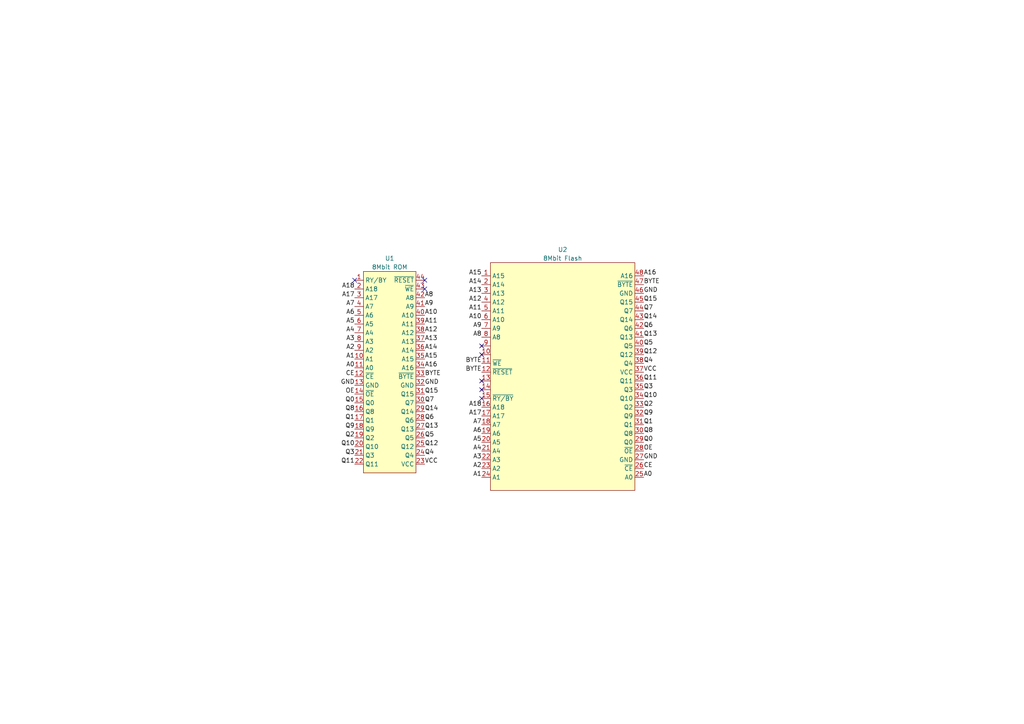
<source format=kicad_sch>
(kicad_sch (version 20230121) (generator eeschema)
  (paper "A4")
  (lib_symbols
    (symbol "QChord_Soundbank:GM23C8100"
      (property "Reference" "U" (at 7.62 2.54 0))
      (property "Value" "8Mbit ROM" (at 7.62 0 0))
      (symbol "GM23C8100_1_1"
        (rectangle (start 0 -1.27) (end 15.24 -59.69) (fill (type background)))
        (pin input line (at -2.54 -3.81 0) (length 2.54) (name "RY/BY") (number "1"))
        (pin input line (at -2.54 -26.67 0) (length 2.54) (name "A1") (number "10"))
        (pin input line (at -2.54 -29.21 0) (length 2.54) (name "A0") (number "11"))
        (pin input line (at -2.54 -31.75 0) (length 2.54) (name "~{CE}") (number "12"))
        (pin input line (at -2.54 -34.29 0) (length 2.54) (name "GND") (number "13"))
        (pin input line (at -2.54 -36.83 0) (length 2.54) (name "~{OE}") (number "14"))
        (pin input line (at -2.54 -39.37 0) (length 2.54) (name "Q0") (number "15"))
        (pin input line (at -2.54 -41.91 0) (length 2.54) (name "Q8") (number "16"))
        (pin input line (at -2.54 -44.45 0) (length 2.54) (name "Q1") (number "17"))
        (pin input line (at -2.54 -46.99 0) (length 2.54) (name "Q9") (number "18"))
        (pin input line (at -2.54 -49.53 0) (length 2.54) (name "Q2") (number "19"))
        (pin input line (at -2.54 -6.35 0) (length 2.54) (name "A18") (number "2"))
        (pin input line (at -2.54 -52.07 0) (length 2.54) (name "Q10") (number "20"))
        (pin input line (at -2.54 -54.61 0) (length 2.54) (name "Q3") (number "21"))
        (pin input line (at -2.54 -57.15 0) (length 2.54) (name "Q11") (number "22"))
        (pin input line (at 17.78 -57.15 180) (length 2.54) (name "VCC") (number "23"))
        (pin input line (at 17.78 -54.61 180) (length 2.54) (name "Q4") (number "24"))
        (pin input line (at 17.78 -52.07 180) (length 2.54) (name "Q12") (number "25"))
        (pin input line (at 17.78 -49.53 180) (length 2.54) (name "Q5") (number "26"))
        (pin input line (at 17.78 -46.99 180) (length 2.54) (name "Q13") (number "27"))
        (pin input line (at 17.78 -44.45 180) (length 2.54) (name "Q6") (number "28"))
        (pin input line (at 17.78 -41.91 180) (length 2.54) (name "Q14") (number "29"))
        (pin input line (at -2.54 -8.89 0) (length 2.54) (name "A17") (number "3"))
        (pin input line (at 17.78 -39.37 180) (length 2.54) (name "Q7") (number "30"))
        (pin input line (at 17.78 -36.83 180) (length 2.54) (name "Q15") (number "31"))
        (pin input line (at 17.78 -34.29 180) (length 2.54) (name "GND") (number "32"))
        (pin input line (at 17.78 -31.75 180) (length 2.54) (name "~{BYTE}") (number "33"))
        (pin input line (at 17.78 -29.21 180) (length 2.54) (name "A16") (number "34"))
        (pin input line (at 17.78 -26.67 180) (length 2.54) (name "A15") (number "35"))
        (pin input line (at 17.78 -24.13 180) (length 2.54) (name "A14") (number "36"))
        (pin input line (at 17.78 -21.59 180) (length 2.54) (name "A13") (number "37"))
        (pin input line (at 17.78 -19.05 180) (length 2.54) (name "A12") (number "38"))
        (pin input line (at 17.78 -16.51 180) (length 2.54) (name "A11") (number "39"))
        (pin input line (at -2.54 -11.43 0) (length 2.54) (name "A7") (number "4"))
        (pin input line (at 17.78 -13.97 180) (length 2.54) (name "A10") (number "40"))
        (pin input line (at 17.78 -11.43 180) (length 2.54) (name "A9") (number "41"))
        (pin input line (at 17.78 -8.89 180) (length 2.54) (name "A8") (number "42"))
        (pin input line (at 17.78 -6.35 180) (length 2.54) (name "~{WE}") (number "43"))
        (pin input line (at 17.78 -3.81 180) (length 2.54) (name "~{RESET}") (number "44"))
        (pin input line (at -2.54 -13.97 0) (length 2.54) (name "A6") (number "5"))
        (pin input line (at -2.54 -16.51 0) (length 2.54) (name "A5") (number "6"))
        (pin input line (at -2.54 -19.05 0) (length 2.54) (name "A4") (number "7"))
        (pin input line (at -2.54 -21.59 0) (length 2.54) (name "A3") (number "8"))
        (pin input line (at -2.54 -24.13 0) (length 2.54) (name "A2") (number "9"))
      )
    )
    (symbol "QChord_Soundbank:MX29F800CTTI"
      (property "Reference" "U" (at 22.86 0 0))
      (property "Value" "8Mbit Flash" (at 22.86 -2.54 0))
      (symbol "MX29F800CTTI_1_1"
        (rectangle (start 2.54 -5.08) (end 44.45 -71.12) (fill (type background)))
        (pin passive line (at 0 -8.89 0) (length 2.54) (name "A15") (number "1"))
        (pin no_connect line (at 0 -31.75 0) (length 2.54) (name "") (number "10"))
        (pin passive line (at 0 -34.29 0) (length 2.54) (name "~{WE}") (number "11"))
        (pin passive line (at 0 -36.83 0) (length 2.54) (name "~{RESET}") (number "12"))
        (pin no_connect line (at 0 -39.37 0) (length 2.54) (name "") (number "13"))
        (pin no_connect line (at 0 -41.91 0) (length 2.54) (name "") (number "14"))
        (pin passive line (at 0 -44.45 0) (length 2.54) (name "~{RY/BY}") (number "15"))
        (pin passive line (at 0 -46.99 0) (length 2.54) (name "A18") (number "16"))
        (pin passive line (at 0 -49.53 0) (length 2.54) (name "A17") (number "17"))
        (pin passive line (at 0 -52.07 0) (length 2.54) (name "A7") (number "18"))
        (pin passive line (at 0 -54.61 0) (length 2.54) (name "A6") (number "19"))
        (pin passive line (at 0 -11.43 0) (length 2.54) (name "A14") (number "2"))
        (pin passive line (at 0 -57.15 0) (length 2.54) (name "A5") (number "20"))
        (pin passive line (at 0 -59.69 0) (length 2.54) (name "A4") (number "21"))
        (pin passive line (at 0 -62.23 0) (length 2.54) (name "A3") (number "22"))
        (pin passive line (at 0 -64.77 0) (length 2.54) (name "A2") (number "23"))
        (pin passive line (at 0 -67.31 0) (length 2.54) (name "A1") (number "24"))
        (pin passive line (at 46.99 -67.31 180) (length 2.54) (name "A0") (number "25"))
        (pin passive line (at 46.99 -64.77 180) (length 2.54) (name "~{CE}") (number "26"))
        (pin passive line (at 46.99 -62.23 180) (length 2.54) (name "GND") (number "27"))
        (pin passive line (at 46.99 -59.69 180) (length 2.54) (name "~{OE}") (number "28"))
        (pin passive line (at 46.99 -57.15 180) (length 2.54) (name "Q0") (number "29"))
        (pin passive line (at 0 -13.97 0) (length 2.54) (name "A13") (number "3"))
        (pin passive line (at 46.99 -54.61 180) (length 2.54) (name "Q8") (number "30"))
        (pin passive line (at 46.99 -52.07 180) (length 2.54) (name "Q1") (number "31"))
        (pin passive line (at 46.99 -49.53 180) (length 2.54) (name "Q9") (number "32"))
        (pin passive line (at 46.99 -46.99 180) (length 2.54) (name "Q2") (number "33"))
        (pin passive line (at 46.99 -44.45 180) (length 2.54) (name "Q10") (number "34"))
        (pin passive line (at 46.99 -41.91 180) (length 2.54) (name "Q3") (number "35"))
        (pin passive line (at 46.99 -39.37 180) (length 2.54) (name "Q11") (number "36"))
        (pin passive line (at 46.99 -36.83 180) (length 2.54) (name "VCC") (number "37"))
        (pin passive line (at 46.99 -34.29 180) (length 2.54) (name "Q4") (number "38"))
        (pin passive line (at 46.99 -31.75 180) (length 2.54) (name "Q12") (number "39"))
        (pin passive line (at 0 -16.51 0) (length 2.54) (name "A12") (number "4"))
        (pin passive line (at 46.99 -29.21 180) (length 2.54) (name "Q5") (number "40"))
        (pin passive line (at 46.99 -26.67 180) (length 2.54) (name "Q13") (number "41"))
        (pin passive line (at 46.99 -24.13 180) (length 2.54) (name "Q6") (number "42"))
        (pin passive line (at 46.99 -21.59 180) (length 2.54) (name "Q14") (number "43"))
        (pin passive line (at 46.99 -19.05 180) (length 2.54) (name "Q7") (number "44"))
        (pin passive line (at 46.99 -16.51 180) (length 2.54) (name "Q15") (number "45"))
        (pin passive line (at 46.99 -13.97 180) (length 2.54) (name "GND") (number "46"))
        (pin passive line (at 46.99 -11.43 180) (length 2.54) (name "~{BYTE}") (number "47"))
        (pin passive line (at 46.99 -8.89 180) (length 2.54) (name "A16") (number "48"))
        (pin passive line (at 0 -19.05 0) (length 2.54) (name "A11") (number "5"))
        (pin passive line (at 0 -21.59 0) (length 2.54) (name "A10") (number "6"))
        (pin passive line (at 0 -24.13 0) (length 2.54) (name "A9") (number "7"))
        (pin passive line (at 0 -26.67 0) (length 2.54) (name "A8") (number "8"))
        (pin no_connect line (at 0 -29.21 0) (length 2.54) (name "") (number "9"))
      )
    )
  )
  (no_connect (at 139.7 115.57))
  (no_connect (at 139.7 113.03))
  (no_connect (at 139.7 110.49))
  (no_connect (at 123.19 81.28))
  (no_connect (at 102.87 81.28))
  (no_connect (at 123.19 83.82))
  (no_connect (at 139.7 102.87))
  (no_connect (at 139.7 100.33))
  (label "Q0" (at 102.87 116.84 180))
  (label "A8" (at 139.7 97.79 180))
  (label "A16" (at 186.69 80.01 0))
  (label "Q10" (at 186.69 115.57 0))
  (label "Q3" (at 186.69 113.03 0))
  (label "Q9" (at 186.69 120.65 0))
  (label "Q13" (at 123.19 124.46 0))
  (label "BYTE" (at 186.69 82.55 0))
  (label "A9" (at 139.7 95.25 180))
  (label "Q7" (at 186.69 90.17 0))
  (label "Q12" (at 123.19 129.54 0))
  (label "A12" (at 123.19 96.52 0))
  (label "A16" (at 123.19 106.68 0))
  (label "A5" (at 139.7 128.27 180))
  (label "Q7" (at 123.19 116.84 0))
  (label "A12" (at 139.7 87.63 180))
  (label "Q12" (at 186.69 102.87 0))
  (label "GND" (at 186.69 85.09 0))
  (label "Q15" (at 186.69 87.63 0))
  (label "A14" (at 123.19 101.6 0))
  (label "Q11" (at 102.87 134.62 180))
  (label "A17" (at 139.7 120.65 180))
  (label "Q5" (at 186.69 100.33 0))
  (label "Q2" (at 102.87 127 180))
  (label "A7" (at 102.87 88.9 180))
  (label "Q6" (at 123.19 121.92 0))
  (label "A1" (at 139.7 138.43 180))
  (label "A10" (at 123.19 91.44 0))
  (label "Q4" (at 186.69 105.41 0))
  (label "A2" (at 102.87 101.6 180))
  (label "A6" (at 139.7 125.73 180))
  (label "Q14" (at 186.69 92.71 0))
  (label "A15" (at 139.7 80.01 180))
  (label "A3" (at 139.7 133.35 180))
  (label "A13" (at 139.7 85.09 180))
  (label "Q9" (at 102.87 124.46 180))
  (label "CE" (at 102.87 109.22 180))
  (label "Q1" (at 186.69 123.19 0))
  (label "A18" (at 139.7 118.11 180))
  (label "A13" (at 123.19 99.06 0))
  (label "Q8" (at 186.69 125.73 0))
  (label "A0" (at 102.87 106.68 180))
  (label "GND" (at 123.19 111.76 0))
  (label "VCC" (at 123.19 134.62 0))
  (label "Q6" (at 186.69 95.25 0))
  (label "Q15" (at 123.19 114.3 0))
  (label "A11" (at 139.7 90.17 180))
  (label "Q13" (at 186.69 97.79 0))
  (label "OE" (at 186.69 130.81 0))
  (label "A4" (at 139.7 130.81 180))
  (label "A5" (at 102.87 93.98 180))
  (label "A0" (at 186.69 138.43 0))
  (label "OE" (at 102.87 114.3 180))
  (label "Q5" (at 123.19 127 0))
  (label "A10" (at 139.7 92.71 180))
  (label "CE" (at 186.69 135.89 0))
  (label "Q10" (at 102.87 129.54 180))
  (label "A15" (at 123.19 104.14 0))
  (label "A9" (at 123.19 88.9 0))
  (label "Q4" (at 123.19 132.08 0))
  (label "A3" (at 102.87 99.06 180))
  (label "A14" (at 139.7 82.55 180))
  (label "BYTE" (at 123.19 109.22 0))
  (label "BYTE" (at 139.7 107.95 180))
  (label "GND" (at 102.87 111.76 180))
  (label "A6" (at 102.87 91.44 180))
  (label "A4" (at 102.87 96.52 180))
  (label "A1" (at 102.87 104.14 180))
  (label "A17" (at 102.87 86.36 180))
  (label "A7" (at 139.7 123.19 180))
  (label "Q3" (at 102.87 132.08 180))
  (label "Q11" (at 186.69 110.49 0))
  (label "A18" (at 102.87 83.82 180))
  (label "A2" (at 139.7 135.89 180))
  (label "A8" (at 123.19 86.36 0))
  (label "GND" (at 186.69 133.35 0))
  (label "A11" (at 123.19 93.98 0))
  (label "Q0" (at 186.69 128.27 0))
  (label "Q8" (at 102.87 119.38 180))
  (label "Q2" (at 186.69 118.11 0))
  (label "VCC" (at 186.69 107.95 0))
  (label "BYTE" (at 139.7 105.41 180))
  (label "Q1" (at 102.87 121.92 180))
  (label "Q14" (at 123.19 119.38 0))
  (symbol (lib_id "QChord_Soundbank:MX29F800CTTI") (at 139.7 71.12 0) (unit 1)
    (property "Reference" "U2" (at 163.195 72.39 0))
    (property "Value" "8Mbit Flash" (at 163.195 74.93 0))
    (property "Footprint" "Package_SO:TSOP-I-48_18.4x12mm_P0.5mm" (effects hide))
    (property "Datasheet" "https://pdf1.alldatasheet.com/datasheet-pdf/view/934280/MCNIX/MX29F800CTTI-70G.html" (effects hide))
  )
  (symbol (lib_id "QChord_Soundbank:GM23C8100") (at 105.41 77.47 0) (unit 1)
    (property "Reference" "U1" (at 113.03 74.93 0))
    (property "Value" "8Mbit ROM" (at 113.03 77.47 0))
    (property "Footprint" "QChord_Soundbank:PSOP-44_Castellated" (effects hide))
  )
)
</source>
